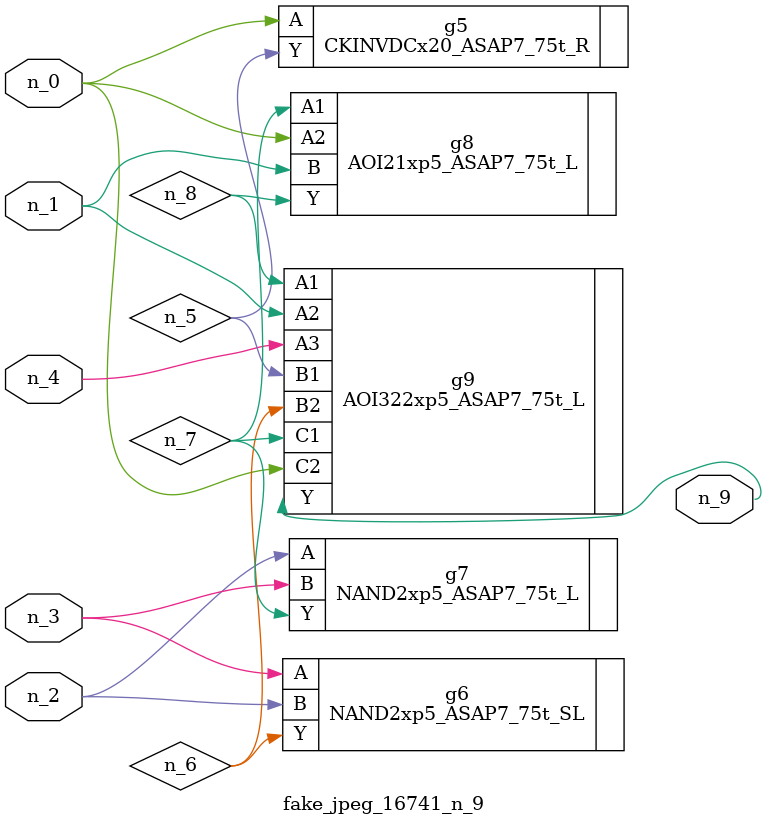
<source format=v>
module fake_jpeg_16741_n_9 (n_3, n_2, n_1, n_0, n_4, n_9);

input n_3;
input n_2;
input n_1;
input n_0;
input n_4;

output n_9;

wire n_8;
wire n_6;
wire n_5;
wire n_7;

CKINVDCx20_ASAP7_75t_R g5 ( 
.A(n_0),
.Y(n_5)
);

NAND2xp5_ASAP7_75t_SL g6 ( 
.A(n_3),
.B(n_2),
.Y(n_6)
);

NAND2xp5_ASAP7_75t_L g7 ( 
.A(n_2),
.B(n_3),
.Y(n_7)
);

AOI21xp5_ASAP7_75t_L g8 ( 
.A1(n_7),
.A2(n_0),
.B(n_1),
.Y(n_8)
);

AOI322xp5_ASAP7_75t_L g9 ( 
.A1(n_8),
.A2(n_1),
.A3(n_4),
.B1(n_5),
.B2(n_6),
.C1(n_7),
.C2(n_0),
.Y(n_9)
);


endmodule
</source>
